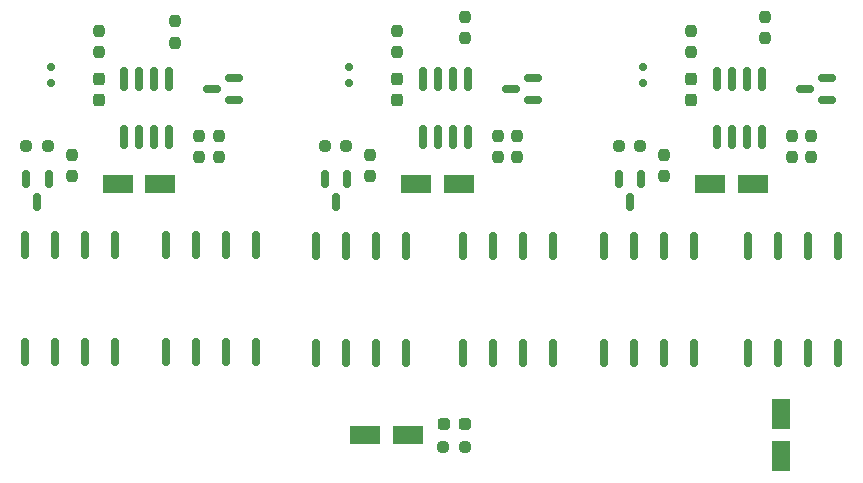
<source format=gbr>
%TF.GenerationSoftware,KiCad,Pcbnew,9.0.3*%
%TF.CreationDate,2025-08-30T18:14:31-03:00*%
%TF.ProjectId,PCB_Inversor,5043425f-496e-4766-9572-736f722e6b69,rev?*%
%TF.SameCoordinates,Original*%
%TF.FileFunction,Paste,Top*%
%TF.FilePolarity,Positive*%
%FSLAX46Y46*%
G04 Gerber Fmt 4.6, Leading zero omitted, Abs format (unit mm)*
G04 Created by KiCad (PCBNEW 9.0.3) date 2025-08-30 18:14:31*
%MOMM*%
%LPD*%
G01*
G04 APERTURE LIST*
G04 Aperture macros list*
%AMRoundRect*
0 Rectangle with rounded corners*
0 $1 Rounding radius*
0 $2 $3 $4 $5 $6 $7 $8 $9 X,Y pos of 4 corners*
0 Add a 4 corners polygon primitive as box body*
4,1,4,$2,$3,$4,$5,$6,$7,$8,$9,$2,$3,0*
0 Add four circle primitives for the rounded corners*
1,1,$1+$1,$2,$3*
1,1,$1+$1,$4,$5*
1,1,$1+$1,$6,$7*
1,1,$1+$1,$8,$9*
0 Add four rect primitives between the rounded corners*
20,1,$1+$1,$2,$3,$4,$5,0*
20,1,$1+$1,$4,$5,$6,$7,0*
20,1,$1+$1,$6,$7,$8,$9,0*
20,1,$1+$1,$8,$9,$2,$3,0*%
G04 Aperture macros list end*
%ADD10RoundRect,0.237500X0.237500X-0.250000X0.237500X0.250000X-0.237500X0.250000X-0.237500X-0.250000X0*%
%ADD11RoundRect,0.250000X-1.050000X-0.550000X1.050000X-0.550000X1.050000X0.550000X-1.050000X0.550000X0*%
%ADD12RoundRect,0.162500X0.162500X-1.012500X0.162500X1.012500X-0.162500X1.012500X-0.162500X-1.012500X0*%
%ADD13RoundRect,0.237500X-0.237500X0.300000X-0.237500X-0.300000X0.237500X-0.300000X0.237500X0.300000X0*%
%ADD14RoundRect,0.237500X0.287500X0.237500X-0.287500X0.237500X-0.287500X-0.237500X0.287500X-0.237500X0*%
%ADD15RoundRect,0.150000X0.150000X-0.825000X0.150000X0.825000X-0.150000X0.825000X-0.150000X-0.825000X0*%
%ADD16RoundRect,0.150000X-0.150000X0.587500X-0.150000X-0.587500X0.150000X-0.587500X0.150000X0.587500X0*%
%ADD17RoundRect,0.237500X-0.237500X0.250000X-0.237500X-0.250000X0.237500X-0.250000X0.237500X0.250000X0*%
%ADD18RoundRect,0.150000X0.587500X0.150000X-0.587500X0.150000X-0.587500X-0.150000X0.587500X-0.150000X0*%
%ADD19RoundRect,0.237500X0.250000X0.237500X-0.250000X0.237500X-0.250000X-0.237500X0.250000X-0.237500X0*%
%ADD20RoundRect,0.250000X1.050000X0.550000X-1.050000X0.550000X-1.050000X-0.550000X1.050000X-0.550000X0*%
%ADD21RoundRect,0.150000X0.200000X-0.150000X0.200000X0.150000X-0.200000X0.150000X-0.200000X-0.150000X0*%
%ADD22RoundRect,0.250000X0.550000X-1.050000X0.550000X1.050000X-0.550000X1.050000X-0.550000X-1.050000X0*%
G04 APERTURE END LIST*
D10*
%TO.C,R14*%
X141224000Y-92987500D03*
X141224000Y-91162500D03*
%TD*%
%TO.C,R20*%
X166624000Y-92987500D03*
X166624000Y-91162500D03*
%TD*%
D11*
%TO.C,C6*%
X111843000Y-105283000D03*
X115443000Y-105283000D03*
%TD*%
D12*
%TO.C,U6*%
X141097000Y-119603500D03*
X143637000Y-119603500D03*
X146177000Y-119603500D03*
X148717000Y-119603500D03*
X148717000Y-110553500D03*
X146177000Y-110553500D03*
X143637000Y-110553500D03*
X141097000Y-110553500D03*
%TD*%
D10*
%TO.C,R16*%
X170561000Y-103044000D03*
X170561000Y-101219000D03*
%TD*%
D13*
%TO.C,C9*%
X135509000Y-96446000D03*
X135509000Y-98171000D03*
%TD*%
D14*
%TO.C,D1*%
X141196000Y-125666500D03*
X139446000Y-125666500D03*
%TD*%
D10*
%TO.C,R19*%
X160401000Y-94154000D03*
X160401000Y-92329000D03*
%TD*%
D12*
%TO.C,U2*%
X104013000Y-119570500D03*
X106553000Y-119570500D03*
X109093000Y-119570500D03*
X111633000Y-119570500D03*
X111633000Y-110520500D03*
X109093000Y-110520500D03*
X106553000Y-110520500D03*
X104013000Y-110520500D03*
%TD*%
%TO.C,U3*%
X115951000Y-119570500D03*
X118491000Y-119570500D03*
X121031000Y-119570500D03*
X123571000Y-119570500D03*
X123571000Y-110520500D03*
X121031000Y-110520500D03*
X118491000Y-110520500D03*
X115951000Y-110520500D03*
%TD*%
D10*
%TO.C,R18*%
X168910000Y-103044000D03*
X168910000Y-101219000D03*
%TD*%
D15*
%TO.C,U10*%
X162560000Y-101343000D03*
X163830000Y-101343000D03*
X165100000Y-101343000D03*
X166370000Y-101343000D03*
X166370000Y-96393000D03*
X165100000Y-96393000D03*
X163830000Y-96393000D03*
X162560000Y-96393000D03*
%TD*%
D12*
%TO.C,U8*%
X153035000Y-119650500D03*
X155575000Y-119650500D03*
X158115000Y-119650500D03*
X160655000Y-119650500D03*
X160655000Y-110600500D03*
X158115000Y-110600500D03*
X155575000Y-110600500D03*
X153035000Y-110600500D03*
%TD*%
D16*
%TO.C,Q7*%
X105979000Y-104932000D03*
X104079000Y-104932000D03*
X105029000Y-106807000D03*
%TD*%
D13*
%TO.C,C7*%
X110236000Y-96446000D03*
X110236000Y-98171000D03*
%TD*%
D10*
%TO.C,R8*%
X116713000Y-93368500D03*
X116713000Y-91543500D03*
%TD*%
D17*
%TO.C,R15*%
X158115000Y-102823000D03*
X158115000Y-104648000D03*
%TD*%
D10*
%TO.C,R12*%
X144018000Y-103044000D03*
X144018000Y-101219000D03*
%TD*%
D11*
%TO.C,C10*%
X162008000Y-105283000D03*
X165608000Y-105283000D03*
%TD*%
D12*
%TO.C,U9*%
X165227000Y-119650500D03*
X167767000Y-119650500D03*
X170307000Y-119650500D03*
X172847000Y-119650500D03*
X172847000Y-110600500D03*
X170307000Y-110600500D03*
X167767000Y-110600500D03*
X165227000Y-110600500D03*
%TD*%
D10*
%TO.C,R6*%
X118745000Y-103044000D03*
X118745000Y-101219000D03*
%TD*%
%TO.C,R4*%
X120396000Y-103044000D03*
X120396000Y-101219000D03*
%TD*%
D18*
%TO.C,Q12*%
X171879500Y-98232000D03*
X171879500Y-96332000D03*
X170004500Y-97282000D03*
%TD*%
D12*
%TO.C,U5*%
X128651000Y-119603500D03*
X131191000Y-119603500D03*
X133731000Y-119603500D03*
X136271000Y-119603500D03*
X136271000Y-110553500D03*
X133731000Y-110553500D03*
X131191000Y-110553500D03*
X128651000Y-110553500D03*
%TD*%
D19*
%TO.C,R11*%
X131191000Y-102108000D03*
X129366000Y-102108000D03*
%TD*%
D20*
%TO.C,C2*%
X136406000Y-126528137D03*
X132806000Y-126528137D03*
%TD*%
D10*
%TO.C,R10*%
X145669000Y-103044000D03*
X145669000Y-101219000D03*
%TD*%
D19*
%TO.C,R5*%
X105918000Y-102108000D03*
X104093000Y-102108000D03*
%TD*%
D13*
%TO.C,C11*%
X160401000Y-96446000D03*
X160401000Y-98171000D03*
%TD*%
D11*
%TO.C,C8*%
X137116000Y-105283000D03*
X140716000Y-105283000D03*
%TD*%
D10*
%TO.C,R13*%
X135509000Y-94154000D03*
X135509000Y-92329000D03*
%TD*%
D15*
%TO.C,U4*%
X112395000Y-101343000D03*
X113665000Y-101343000D03*
X114935000Y-101343000D03*
X116205000Y-101343000D03*
X116205000Y-96393000D03*
X114935000Y-96393000D03*
X113665000Y-96393000D03*
X112395000Y-96393000D03*
%TD*%
D18*
%TO.C,Q8*%
X121714500Y-98232000D03*
X121714500Y-96332000D03*
X119839500Y-97282000D03*
%TD*%
D17*
%TO.C,R3*%
X107950000Y-102823000D03*
X107950000Y-104648000D03*
%TD*%
D21*
%TO.C,D9*%
X156337000Y-95406000D03*
X156337000Y-96806000D03*
%TD*%
D15*
%TO.C,U7*%
X137668000Y-101343000D03*
X138938000Y-101343000D03*
X140208000Y-101343000D03*
X141478000Y-101343000D03*
X141478000Y-96393000D03*
X140208000Y-96393000D03*
X138938000Y-96393000D03*
X137668000Y-96393000D03*
%TD*%
D21*
%TO.C,D7*%
X106172000Y-95406000D03*
X106172000Y-96806000D03*
%TD*%
D19*
%TO.C,R17*%
X156083000Y-102108000D03*
X154258000Y-102108000D03*
%TD*%
%TO.C,R1*%
X141233500Y-127571500D03*
X139408500Y-127571500D03*
%TD*%
D18*
%TO.C,Q10*%
X146987500Y-98232000D03*
X146987500Y-96332000D03*
X145112500Y-97282000D03*
%TD*%
D16*
%TO.C,Q9*%
X131252000Y-104932000D03*
X129352000Y-104932000D03*
X130302000Y-106807000D03*
%TD*%
D21*
%TO.C,D8*%
X131445000Y-95406000D03*
X131445000Y-96806000D03*
%TD*%
D10*
%TO.C,R7*%
X110236000Y-94154000D03*
X110236000Y-92329000D03*
%TD*%
D16*
%TO.C,Q11*%
X156144000Y-104932000D03*
X154244000Y-104932000D03*
X155194000Y-106807000D03*
%TD*%
D17*
%TO.C,R9*%
X133223000Y-102823000D03*
X133223000Y-104648000D03*
%TD*%
D22*
%TO.C,C1*%
X168007000Y-128355500D03*
X168007000Y-124755500D03*
%TD*%
M02*

</source>
